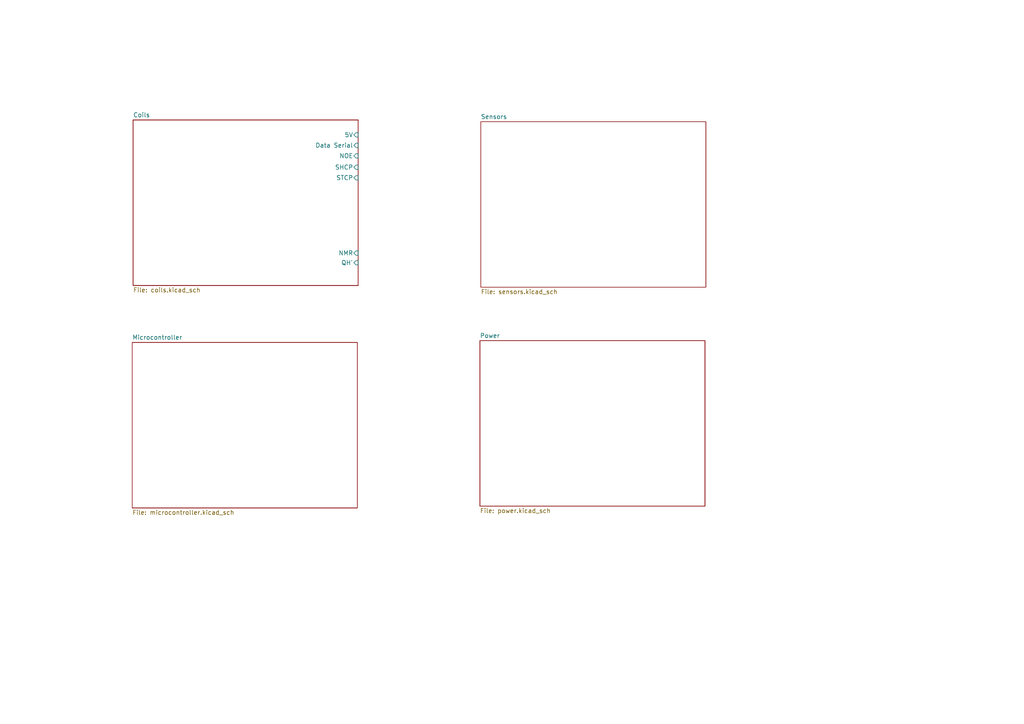
<source format=kicad_sch>
(kicad_sch (version 20211123) (generator eeschema)
  (paper "A4")
  (lib_symbols)
  (sheet (at 38.354 99.314) (size 65.278 48.006) (stroke (width 0.1524))
    (property "Sheet name" "Microcontroller" (at 38.354 98.6024 0) (effects (justify left bottom)))
    (property "Sheet file" "microcontroller.kicad_sch" (at 38.354 147.9046 0) (effects (justify left top)))
  )
  (sheet (at 38.608 34.798) (size 65.278 48.006) (stroke (width 0.1524))
    (property "Sheet name" "Coils" (at 38.608 34.0864 0) (effects (justify left bottom)))
    (property "Sheet file" "coils.kicad_sch" (at 38.608 83.3886 0) (effects (justify left top)))
    (pin "QH'" input (at 103.886 76.2 0))
    (pin "Data Serial" input (at 103.886 42.164 0))
    (pin "NOE" input (at 103.886 45.212 0))
    (pin "SHCP" input (at 103.886 48.514 0))
    (pin "STCP" input (at 103.886 51.562 0))
    (pin "NMR" input (at 103.886 73.406 0))
    (pin "5V" input (at 103.886 39.116 0))
  )
  (sheet (at 139.192 98.806) (size 65.278 48.006) (stroke (width 0.1524))
    (property "Sheet name" "Power" (at 139.192 98.0944 0) (effects (justify left bottom)))
    (property "Sheet file" "power.kicad_sch" (at 139.192 147.3966 0) (effects (justify left top)))
  )
  (sheet (at 139.446 35.306) (size 65.278 48.006) (stroke (width 0.1524))
    (property "Sheet name" "Sensors" (at 139.446 34.5944 0) (effects (justify left bottom)))
    (property "Sheet file" "sensors.kicad_sch" (at 139.446 83.8966 0) (effects (justify left top)))
  )
)
</source>
